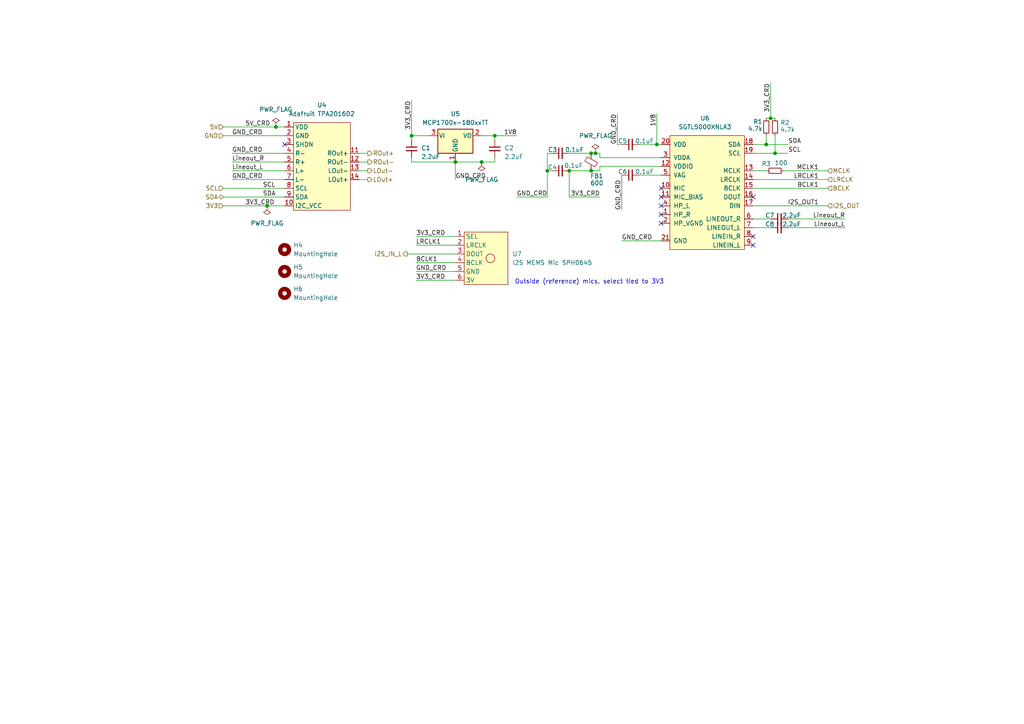
<source format=kicad_sch>
(kicad_sch (version 20231120) (generator "eeschema") (generator_version "8.0")
  (paper "A4")
  (lib_symbols
    (symbol "Audio_Extra:SGTL5000XNLA3" (pin_names (offset 1.016))
      (property "Reference" "U" (at 8.89 16.51 0))
      (property "Value" "SGTL5000XNLA3" (at 0 -19.05 0))
      (symbol "SGTL5000XNLA3_0_1"
        (rectangle (start -10.16 15.24) (end 11.43 -17.78) (fill (type background)))
      )
      (symbol "SGTL5000XNLA3_1_1"
        (pin output line (at -12.7 -7.62 0) (length 2.54) (name "HP_R") (number "1"))
        (pin input line (at -12.7 0 0) (length 2.54) (name "MIC") (number "10"))
        (pin input line (at -12.7 -2.54 0) (length 2.54) (name "MIC_BIAS") (number "11"))
        (pin power_in line (at -12.7 6.35 0) (length 2.54) (name "VDDIO") (number "12"))
        (pin input line (at 13.97 5.08 180) (length 2.54) (name "MCLK") (number "13"))
        (pin input line (at 13.97 2.54 180) (length 2.54) (name "LRCLK") (number "14"))
        (pin input line (at 13.97 0 180) (length 2.54) (name "BCLK") (number "15"))
        (pin input line (at 13.97 -2.54 180) (length 2.54) (name "DOUT") (number "16"))
        (pin input line (at 13.97 -5.08 180) (length 2.54) (name "DIN") (number "17"))
        (pin bidirectional line (at 13.97 12.7 180) (length 2.54) (name "SDA") (number "18"))
        (pin input line (at 13.97 10.16 180) (length 2.54) (name "SCL") (number "19"))
        (pin input line (at -12.7 -10.16 0) (length 2.54) (name "HP_VGND") (number "2"))
        (pin power_in line (at -12.7 12.7 0) (length 2.54) (name "VDD") (number "20"))
        (pin power_in line (at -12.7 -15.24 0) (length 2.54) (name "GND") (number "21"))
        (pin power_in line (at -12.7 8.89 0) (length 2.54) (name "VDDA") (number "3"))
        (pin output line (at -12.7 -5.08 0) (length 2.54) (name "HP_L") (number "4"))
        (pin input line (at -12.7 3.81 0) (length 2.54) (name "VAG") (number "5"))
        (pin output line (at 13.97 -8.89 180) (length 2.54) (name "LINEOUT_R") (number "6"))
        (pin output line (at 13.97 -11.43 180) (length 2.54) (name "LINEOUT_L") (number "7"))
        (pin input line (at 13.97 -13.97 180) (length 2.54) (name "LINEIN_R") (number "8"))
        (pin input line (at 13.97 -16.51 180) (length 2.54) (name "LINEIN_L") (number "9"))
      )
    )
    (symbol "Device:C_Small" (pin_numbers hide) (pin_names (offset 0.254) hide)
      (property "Reference" "C" (at 0.254 1.778 0))
      (property "Value" "C_Small" (at 0.254 -2.032 0))
      (symbol "C_Small_0_1"
        (polyline (pts (xy -1.524 -0.508) (xy 1.524 -0.508)) (stroke (width 0.3302)))
        (polyline (pts (xy -1.524 0.508) (xy 1.524 0.508)) (stroke (width 0.3048)))
      )
      (symbol "C_Small_1_1"
        (pin passive line (at 0 2.54 270) (length 2.032) (name "~") (number "1"))
        (pin passive line (at 0 -2.54 90) (length 2.032) (name "~") (number "2"))
      )
    )
    (symbol "Device:FerriteBead_Small" (pin_numbers hide) (pin_names (offset 0))
      (property "Reference" "FB" (at 1.905 1.27 0))
      (property "Value" "FerriteBead_Small" (at 1.905 -1.27 0))
      (symbol "FerriteBead_Small_0_1"
        (polyline (pts (xy 0 -1.27) (xy 0 -0.7874)))
        (polyline (pts (xy 0 0.889) (xy 0 1.2954)))
        (polyline (pts (xy -1.8288 0.2794) (xy -1.1176 1.4986) (xy 1.8288 -0.2032) (xy 1.1176 -1.4224) (xy -1.8288 0.2794)))
      )
      (symbol "FerriteBead_Small_1_1"
        (pin passive line (at 0 2.54 270) (length 1.27) (name "~") (number "1"))
        (pin passive line (at 0 -2.54 90) (length 1.27) (name "~") (number "2"))
      )
    )
    (symbol "Device:R_Small" (pin_numbers hide) (pin_names (offset 0.254) hide)
      (property "Reference" "R" (at 0.762 0.508 0))
      (property "Value" "R_Small" (at 0.762 -1.016 0))
      (symbol "R_Small_0_1"
        (rectangle (start -0.762 1.778) (end 0.762 -1.778) (stroke (width 0.2032)))
      )
      (symbol "R_Small_1_1"
        (pin passive line (at 0 2.54 270) (length 0.762) (name "~") (number "1"))
        (pin passive line (at 0 -2.54 90) (length 0.762) (name "~") (number "2"))
      )
    )
    (symbol "Helmute:Adafruit_TPA2016"
      (property "Reference" "U" (at 1.27 10.414 0))
      (property "Value" "Adafruit TPA2016D2" (at 2.794 7.62 0))
      (symbol "Adafruit_TPA2016_1_1"
        (rectangle (start -5.08 6.35) (end 11.43 -19.05) (fill (type background)))
        (pin power_in line (at -7.62 5.08 0) (length 2.54) (name "VDD") (number "1"))
        (pin power_in line (at -7.62 -17.78 0) (length 2.54) (name "I2C_VCC") (number "10"))
        (pin output line (at 13.97 -2.54 180) (length 2.54) (name "ROut+") (number "11"))
        (pin output line (at 13.97 -5.08 180) (length 2.54) (name "ROut-") (number "12"))
        (pin output line (at 13.97 -7.62 180) (length 2.54) (name "LOut-") (number "13"))
        (pin output line (at 13.97 -10.16 180) (length 2.54) (name "LOut+") (number "14"))
        (pin passive line (at -7.62 2.54 0) (length 2.54) (name "GND") (number "2"))
        (pin input line (at -7.62 0 0) (length 2.54) (name "SHDN") (number "3"))
        (pin input line (at -7.62 -2.54 0) (length 2.54) (name "R-") (number "4"))
        (pin input line (at -7.62 -5.08 0) (length 2.54) (name "R+") (number "5"))
        (pin input line (at -7.62 -7.62 0) (length 2.54) (name "L+") (number "6"))
        (pin input line (at -7.62 -10.16 0) (length 2.54) (name "L-") (number "7"))
        (pin input line (at -7.62 -12.7 0) (length 2.54) (name "SCL") (number "8"))
        (pin input line (at -7.62 -15.24 0) (length 2.54) (name "SDA") (number "9"))
      )
    )
    (symbol "Helmute:SPH0645"
      (property "Reference" "U" (at -1.524 9.398 0))
      (property "Value" "I2S MEMS Mic SPH0645" (at -0.508 7.366 0))
      (symbol "SPH0645_1_1"
        (rectangle (start -7.62 7.62) (end 5.08 -7.62) (fill (type background)))
        (circle (center 0 0) (radius 1.27))
        (pin input line (at -10.16 6.35 0) (length 2.54) (name "SEL") (number "1"))
        (pin input line (at -10.16 3.81 0) (length 2.54) (name "LRCLK") (number "2"))
        (pin output line (at -10.16 1.27 0) (length 2.54) (name "DOUT") (number "3"))
        (pin input line (at -10.16 -1.27 0) (length 2.54) (name "BCLK") (number "4"))
        (pin passive line (at -10.16 -3.81 0) (length 2.54) (name "GND") (number "5"))
        (pin power_in line (at -10.16 -6.35 0) (length 2.54) (name "3V") (number "6"))
      )
    )
    (symbol "Mechanical:MountingHole" (pin_names (offset 1.016)) (exclude_from_sim yes) (in_bom no)
      (property "Reference" "H" (at 0 5.08 0))
      (property "Value" "MountingHole" (at 0 3.175 0))
      (symbol "MountingHole_0_1"
        (circle (center 0 0) (radius 1.27) (stroke (width 1.27)))
      )
    )
    (symbol "Regulator_Linear:MCP1700x-180xxTT" (pin_names (offset 0.254))
      (property "Reference" "U" (at -3.81 3.175 0))
      (property "Value" "MCP1700x-180xxTT" (at 0 3.175 0))
      (symbol "MCP1700x-180xxTT_0_1"
        (rectangle (start -5.08 1.905) (end 5.08 -5.08) (stroke (width 0.254)) (fill (type background)))
      )
      (symbol "MCP1700x-180xxTT_1_1"
        (pin power_in line (at 0 -7.62 90) (length 2.54) (name "GND") (number "1"))
        (pin power_out line (at 7.62 0 180) (length 2.54) (name "VO") (number "2"))
        (pin power_in line (at -7.62 0 0) (length 2.54) (name "VI") (number "3"))
      )
    )
    (symbol "power:PWR_FLAG" (power) (pin_numbers hide) (pin_names (offset 0) hide)
      (property "Value" "PWR_FLAG" (at 0 3.81 0))
      (symbol "PWR_FLAG_0_0"
        (pin power_out line (at 0 0 90) (length 0) (name "~") (number "1"))
      )
      (symbol "PWR_FLAG_0_1"
        (polyline (pts (xy 0 0) (xy 0 1.27) (xy -1.016 1.905) (xy 0 2.54) (xy 1.016 1.905) (xy 0 1.27)))
      )
    )
  )
  (junction (at 139.7 46.99))
  (junction (at 77.47 59.69))
  (junction (at 172.72 44.45))
  (junction (at 165.1 49.53))
  (junction (at 224.79 44.45))
  (junction (at 143.51 39.37))
  (junction (at 80.01 36.83))
  (junction (at 222.25 41.91))
  (junction (at 119.38 39.37))
  (junction (at 171.45 49.53))
  (junction (at 171.45 44.45))
  (junction (at 158.75 49.53))
  (junction (at 132.08 46.99))
  (junction (at 190.5 41.91))
  (junction (at 223.52 34.29))
  (no_connect (at 191.77 59.69))
  (no_connect (at 191.77 54.61))
  (no_connect (at 218.44 71.12))
  (no_connect (at 191.77 64.77))
  (no_connect (at 218.44 57.15))
  (no_connect (at 218.44 68.58))
  (no_connect (at 191.77 62.23))
  (no_connect (at 191.77 57.15))
  (no_connect (at 82.55 41.91))
  (wire (pts (xy 120.65 78.74) (xy 132.08 78.74)))
  (wire (pts (xy 119.38 39.37) (xy 124.46 39.37)))
  (wire (pts (xy 64.77 39.37) (xy 82.55 39.37)))
  (wire (pts (xy 224.79 44.45) (xy 224.79 39.37)))
  (wire (pts (xy 158.75 44.45) (xy 160.02 44.45)))
  (wire (pts (xy 173.99 48.26) (xy 191.77 48.26)))
  (wire (pts (xy 185.42 50.8) (xy 191.77 50.8)))
  (wire (pts (xy 64.77 36.83) (xy 80.01 36.83)))
  (wire (pts (xy 173.99 45.72) (xy 191.77 45.72)))
  (wire (pts (xy 172.72 44.45) (xy 171.45 44.45)))
  (wire (pts (xy 180.34 60.96) (xy 180.34 50.8)))
  (wire (pts (xy 240.03 59.69) (xy 218.44 59.69)))
  (wire (pts (xy 64.77 57.15) (xy 82.55 57.15)))
  (wire (pts (xy 132.08 46.99) (xy 132.08 52.07)))
  (wire (pts (xy 173.99 49.53) (xy 171.45 49.53)))
  (wire (pts (xy 190.5 33.02) (xy 190.5 41.91)))
  (wire (pts (xy 158.75 57.15) (xy 158.75 49.53)))
  (wire (pts (xy 132.08 46.99) (xy 139.7 46.99)))
  (wire (pts (xy 240.03 54.61) (xy 218.44 54.61)))
  (wire (pts (xy 139.7 46.99) (xy 143.51 46.99)))
  (wire (pts (xy 222.25 49.53) (xy 218.44 49.53)))
  (wire (pts (xy 165.1 49.53) (xy 171.45 49.53)))
  (wire (pts (xy 185.42 41.91) (xy 190.5 41.91)))
  (wire (pts (xy 64.77 59.69) (xy 77.47 59.69)))
  (wire (pts (xy 149.86 39.37) (xy 143.51 39.37)))
  (wire (pts (xy 106.68 46.99) (xy 104.14 46.99)))
  (wire (pts (xy 245.11 66.04) (xy 228.6 66.04)))
  (wire (pts (xy 191.77 69.85) (xy 180.34 69.85)))
  (wire (pts (xy 119.38 45.72) (xy 119.38 46.99)))
  (wire (pts (xy 222.25 41.91) (xy 218.44 41.91)))
  (wire (pts (xy 179.07 41.91) (xy 180.34 41.91)))
  (wire (pts (xy 224.79 44.45) (xy 228.6 44.45)))
  (wire (pts (xy 119.38 29.21) (xy 119.38 39.37)))
  (wire (pts (xy 245.11 63.5) (xy 228.6 63.5)))
  (wire (pts (xy 143.51 45.72) (xy 143.51 46.99)))
  (wire (pts (xy 223.52 34.29) (xy 222.25 34.29)))
  (wire (pts (xy 227.33 49.53) (xy 240.03 49.53)))
  (wire (pts (xy 120.65 76.2) (xy 132.08 76.2)))
  (wire (pts (xy 165.1 44.45) (xy 171.45 44.45)))
  (wire (pts (xy 218.44 52.07) (xy 240.03 52.07)))
  (wire (pts (xy 67.31 44.45) (xy 82.55 44.45)))
  (wire (pts (xy 119.38 46.99) (xy 132.08 46.99)))
  (wire (pts (xy 120.65 81.28) (xy 132.08 81.28)))
  (wire (pts (xy 106.68 44.45) (xy 104.14 44.45)))
  (wire (pts (xy 190.5 41.91) (xy 191.77 41.91)))
  (wire (pts (xy 143.51 39.37) (xy 139.7 39.37)))
  (wire (pts (xy 223.52 66.04) (xy 218.44 66.04)))
  (wire (pts (xy 106.68 52.07) (xy 104.14 52.07)))
  (wire (pts (xy 158.75 44.45) (xy 158.75 49.53)))
  (wire (pts (xy 143.51 40.64) (xy 143.51 39.37)))
  (wire (pts (xy 222.25 41.91) (xy 228.6 41.91)))
  (wire (pts (xy 173.99 45.72) (xy 173.99 44.45)))
  (wire (pts (xy 67.31 52.07) (xy 82.55 52.07)))
  (wire (pts (xy 80.01 36.83) (xy 82.55 36.83)))
  (wire (pts (xy 173.99 57.15) (xy 165.1 57.15)))
  (wire (pts (xy 77.47 59.69) (xy 82.55 59.69)))
  (wire (pts (xy 165.1 57.15) (xy 165.1 49.53)))
  (wire (pts (xy 224.79 34.29) (xy 223.52 34.29)))
  (wire (pts (xy 67.31 49.53) (xy 82.55 49.53)))
  (wire (pts (xy 106.68 49.53) (xy 104.14 49.53)))
  (wire (pts (xy 222.25 39.37) (xy 222.25 41.91)))
  (wire (pts (xy 120.65 68.58) (xy 132.08 68.58)))
  (wire (pts (xy 173.99 48.26) (xy 173.99 49.53)))
  (wire (pts (xy 118.11 73.66) (xy 132.08 73.66)))
  (wire (pts (xy 67.31 46.99) (xy 82.55 46.99)))
  (wire (pts (xy 64.77 54.61) (xy 82.55 54.61)))
  (wire (pts (xy 120.65 71.12) (xy 132.08 71.12)))
  (wire (pts (xy 223.52 24.13) (xy 223.52 34.29)))
  (wire (pts (xy 218.44 44.45) (xy 224.79 44.45)))
  (wire (pts (xy 158.75 49.53) (xy 160.02 49.53)))
  (wire (pts (xy 173.99 44.45) (xy 172.72 44.45)))
  (wire (pts (xy 119.38 40.64) (xy 119.38 39.37)))
  (wire (pts (xy 223.52 63.5) (xy 218.44 63.5)))
  (wire (pts (xy 149.86 57.15) (xy 158.75 57.15)))
  (wire (pts (xy 179.07 33.02) (xy 179.07 41.91)))
  (text "Outside (reference) mics, select tied to 3V3" (at 170.942 81.788 0) (effects (font (size 1.27 1.27))))
  (label "MCLK1" (at 237.49 49.53 180))
  (label "Lineout_R" (at 67.31 46.99 0))
  (label "1V8" (at 149.86 39.37 180))
  (label "I2S_OUT1" (at 237.49 59.69 180))
  (label "LRCLK1" (at 237.49 52.07 180))
  (label "3V3_CRD" (at 120.65 68.58 0))
  (label "GND_CRD" (at 67.31 39.37 0))
  (label "SCL" (at 228.6 44.45 0))
  (label "Lineout_R" (at 245.11 63.5 180))
  (label "3V3_CRD" (at 223.52 24.13 270))
  (label "Lineout_L" (at 245.11 66.04 180))
  (label "GND_CRD" (at 67.31 44.45 0))
  (label "GND_CRD" (at 179.07 33.02 270))
  (label "3V3_CRD" (at 71.12 59.69 0))
  (label "LRCLK1" (at 120.65 71.12 0))
  (label "3V3_CRD" (at 119.38 29.21 270))
  (label "BCLK1" (at 120.65 76.2 0))
  (label "GND_CRD" (at 132.08 52.07 0))
  (label "SCL" (at 76.2 54.61 0))
  (label "GND_CRD" (at 67.31 52.07 0))
  (label "Lineout_L" (at 67.31 49.53 0))
  (label "SDA" (at 76.2 57.15 0))
  (label "SDA" (at 228.6 41.91 0))
  (label "3V3_CRD" (at 120.65 81.28 0))
  (label "GND_CRD" (at 149.86 57.15 0))
  (label "1V8" (at 190.5 33.02 270))
  (label "GND_CRD" (at 120.65 78.74 0))
  (label "GND_CRD" (at 180.34 69.85 0))
  (label "5V_CRD" (at 71.12 36.83 0))
  (label "3V3_CRD" (at 173.99 57.15 180))
  (label "BCLK1" (at 237.49 54.61 180))
  (label "GND_CRD" (at 180.34 60.96 90))
  (hierarchical_label "BCLK" (shape input) (at 240.03 54.61 0))
  (hierarchical_label "SDA" (shape bidirectional) (at 64.77 57.15 180))
  (hierarchical_label "ROut-" (shape output) (at 106.68 46.99 0))
  (hierarchical_label "LOut+" (shape output) (at 106.68 52.07 0))
  (hierarchical_label "I2S_IN_L" (shape output) (at 118.11 73.66 180))
  (hierarchical_label "SCL" (shape input) (at 64.77 54.61 180))
  (hierarchical_label "GND" (shape input) (at 64.77 39.37 180))
  (hierarchical_label "LRCLK" (shape input) (at 240.03 52.07 0))
  (hierarchical_label "LOut-" (shape output) (at 106.68 49.53 0))
  (hierarchical_label "MCLK" (shape input) (at 240.03 49.53 0))
  (hierarchical_label "5V" (shape input) (at 64.77 36.83 180))
  (hierarchical_label "3V3" (shape input) (at 64.77 59.69 180))
  (hierarchical_label "I2S_OUT" (shape input) (at 240.03 59.69 0))
  (hierarchical_label "ROut+" (shape output) (at 106.68 44.45 0))
  (symbol (lib_id "Device:C_Small") (at 182.88 50.8 90) (unit 1)
    (property "Reference" "C6" (at 180.594 49.784 90))
    (property "Value" "0.1uF" (at 186.944 49.784 90))
    (property "Footprint" "Capacitor_SMD:C_0805_2012Metric" (effects (hide yes)))
    (property "Description" "Unpolarized capacitor, small symbol" (effects (hide yes)))
  )
  (symbol (lib_id "Regulator_Linear:MCP1700x-180xxTT") (at 132.08 39.37 0) (unit 1)
    (property "Reference" "U5" (at 132.08 33.02 0))
    (property "Value" "MCP1700x-180xxTT" (at 132.08 35.56 0))
    (property "Footprint" "Package_TO_SOT_SMD:SOT-23" (effects (hide yes)))
    (property "Datasheet" "http://ww1.microchip.com/downloads/en/DeviceDoc/20001826D.pdf" (effects (hide yes)))
    (property "Description" "250mA Low Quiscent Current LDO, 1.8V output, SOT-23" (effects (hide yes)))
  )
  (symbol (lib_id "Device:C_Small") (at 226.06 66.04 90) (unit 1)
    (property "Reference" "C8" (at 223.266 65.024 90))
    (property "Value" "2.2uF" (at 229.616 65.024 90))
    (property "Footprint" "Capacitor_SMD:C_0805_2012Metric" (effects (hide yes)))
    (property "Description" "Unpolarized capacitor, small symbol" (effects (hide yes)))
  )
  (symbol (lib_id "power:PWR_FLAG") (at 80.01 36.83 0) (unit 1)
    (property "Reference" "#FLG05" (effects (hide yes)))
    (property "Value" "PWR_FLAG" (at 80.01 31.75 0))
    (property "Description" "Special symbol for telling ERC where power comes from" (effects (hide yes)))
  )
  (symbol (lib_id "power:PWR_FLAG") (at 172.72 44.45 0) (unit 1)
    (property "Reference" "#FLG07" (effects (hide yes)))
    (property "Value" "PWR_FLAG" (at 172.72 39.37 0))
    (property "Description" "Special symbol for telling ERC where power comes from" (effects (hide yes)))
  )
  (symbol (lib_id "Device:C_Small") (at 226.06 63.5 90) (unit 1)
    (property "Reference" "C7" (at 223.266 62.484 90))
    (property "Value" "2.2uF" (at 229.616 62.484 90))
    (property "Footprint" "Capacitor_SMD:C_0805_2012Metric" (effects (hide yes)))
    (property "Description" "Unpolarized capacitor, small symbol" (effects (hide yes)))
  )
  (symbol (lib_id "Device:C_Small") (at 143.51 43.18 0) (unit 1)
    (property "Reference" "C2" (at 146.304 42.926 0) (effects (justify left)))
    (property "Value" "2.2uF" (at 146.304 45.466 0) (effects (justify left)))
    (property "Footprint" "Capacitor_SMD:C_0805_2012Metric" (effects (hide yes)))
    (property "Description" "Unpolarized capacitor, small symbol" (effects (hide yes)))
  )
  (symbol (lib_id "Device:C_Small") (at 162.56 44.45 90) (unit 1)
    (property "Reference" "C3" (at 160.274 43.434 90))
    (property "Value" "0.1uF" (at 166.624 43.434 90))
    (property "Footprint" "Capacitor_SMD:C_0805_2012Metric" (effects (hide yes)))
    (property "Description" "Unpolarized capacitor, small symbol" (effects (hide yes)))
  )
  (symbol (lib_id "Mechanical:MountingHole") (at 82.55 78.74 0) (unit 1) (exclude_from_sim yes) (in_bom no)
    (property "Reference" "H5" (at 85.09 77.4699 0) (effects (justify left)))
    (property "Value" "MountingHole" (at 85.09 80.0099 0) (effects (justify left)))
    (property "Footprint" "MountingHole:MountingHole_3.2mm_M3" (effects (hide yes)))
    (property "Description" "Mounting Hole without connection" (effects (hide yes)))
  )
  (symbol (lib_id "Device:C_Small") (at 162.56 49.53 90) (unit 1)
    (property "Reference" "C4" (at 160.274 48.514 90))
    (property "Value" "0.1uF" (at 166.37 48.006 90))
    (property "Footprint" "Capacitor_SMD:C_0805_2012Metric" (effects (hide yes)))
    (property "Description" "Unpolarized capacitor, small symbol" (effects (hide yes)))
  )
  (symbol (lib_id "power:PWR_FLAG") (at 139.7 46.99 180) (unit 1)
    (property "Reference" "#FLG06" (effects (hide yes)))
    (property "Value" "PWR_FLAG" (at 139.7 52.07 0))
    (property "Description" "Special symbol for telling ERC where power comes from" (effects (hide yes)))
  )
  (symbol (lib_id "Device:R_Small") (at 224.79 36.83 0) (unit 1)
    (property "Reference" "R2" (at 226.314 35.56 0) (effects (justify left)))
    (property "Value" "4.7k" (at 226.314 37.592 0) (effects (justify left)))
    (property "Footprint" "Resistor_SMD:R_0805_2012Metric" (effects (hide yes)))
    (property "Description" "Resistor, small symbol" (effects (hide yes)))
  )
  (symbol (lib_id "power:PWR_FLAG") (at 77.47 59.69 180) (unit 1)
    (property "Reference" "#FLG04" (effects (hide yes)))
    (property "Value" "PWR_FLAG" (at 77.47 64.77 0))
    (property "Description" "Special symbol for telling ERC where power comes from" (effects (hide yes)))
  )
  (symbol (lib_id "Mechanical:MountingHole") (at 82.55 85.09 0) (unit 1) (exclude_from_sim yes) (in_bom no)
    (property "Reference" "H6" (at 85.09 83.8199 0) (effects (justify left)))
    (property "Value" "MountingHole" (at 85.09 86.3599 0) (effects (justify left)))
    (property "Footprint" "MountingHole:MountingHole_3.2mm_M3" (effects (hide yes)))
    (property "Description" "Mounting Hole without connection" (effects (hide yes)))
  )
  (symbol (lib_id "Helmute:SPH0645") (at 142.24 74.93 0) (unit 1)
    (property "Reference" "U7" (at 148.59 73.6599 0) (effects (justify left)))
    (property "Value" "I2S MEMS Mic SPH0645" (at 148.59 76.1999 0) (effects (justify left)))
    (property "Footprint" "Helmute:I2S SPK0415HM4H" (effects (hide yes)))
  )
  (symbol (lib_id "Audio_Extra:SGTL5000XNLA3") (at 204.47 54.61 0) (unit 1)
    (property "Reference" "U6" (at 204.47 34.29 0))
    (property "Value" "SGTL5000XNLA3" (at 204.47 36.83 0))
    (property "Footprint" "Package_DFN_QFN:QFN-20-1EP_3x3mm_P0.4mm_EP1.65x1.65mm" (effects (hide yes)))
  )
  (symbol (lib_id "Device:C_Small") (at 119.38 43.18 0) (unit 1)
    (property "Reference" "C1" (at 122.174 42.926 0) (effects (justify left)))
    (property "Value" "2.2uF" (at 122.174 45.466 0) (effects (justify left)))
    (property "Footprint" "Capacitor_SMD:C_0805_2012Metric" (effects (hide yes)))
    (property "Description" "Unpolarized capacitor, small symbol" (effects (hide yes)))
  )
  (symbol (lib_id "Device:FerriteBead_Small") (at 171.45 46.99 0) (unit 1)
    (property "Reference" "FB1" (at 171.196 51.054 0) (effects (justify left)))
    (property "Value" "600" (at 171.196 53.086 0) (effects (justify left)))
    (property "Footprint" "Capacitor_SMD:C_0805_2012Metric" (effects (hide yes)))
    (property "Description" "Ferrite bead, small symbol" (effects (hide yes)))
  )
  (symbol (lib_id "Device:C_Small") (at 182.88 41.91 90) (unit 1)
    (property "Reference" "C5" (at 180.594 40.894 90))
    (property "Value" "0.1uF" (at 186.944 40.894 90))
    (property "Footprint" "Capacitor_SMD:C_0805_2012Metric" (effects (hide yes)))
    (property "Description" "Unpolarized capacitor, small symbol" (effects (hide yes)))
  )
  (symbol (lib_id "Device:R_Small") (at 222.25 36.83 0) (unit 1)
    (property "Reference" "R1" (at 218.44 35.306 0) (effects (justify left)))
    (property "Value" "4.7k" (at 216.916 37.338 0) (effects (justify left)))
    (property "Footprint" "Resistor_SMD:R_0805_2012Metric" (effects (hide yes)))
    (property "Description" "Resistor, small symbol" (effects (hide yes)))
  )
  (symbol (lib_id "Device:R_Small") (at 224.79 49.53 90) (unit 1)
    (property "Reference" "R3" (at 222.25 47.498 90))
    (property "Value" "100" (at 226.568 47.244 90))
    (property "Footprint" "Resistor_SMD:R_0805_2012Metric" (effects (hide yes)))
    (property "Description" "Resistor, small symbol" (effects (hide yes)))
  )
  (symbol (lib_id "Helmute:Adafruit_TPA2016") (at 90.17 41.91 0) (unit 1)
    (property "Reference" "U4" (at 93.345 30.48 0))
    (property "Value" "Adafruit TPA2016D2" (at 93.345 33.02 0))
    (property "Footprint" "Helmute:TPA22016D2new" (effects (hide yes)))
  )
  (symbol (lib_id "Mechanical:MountingHole") (at 82.55 72.39 0) (unit 1) (exclude_from_sim yes) (in_bom no)
    (property "Reference" "H4" (at 85.09 71.1199 0) (effects (justify left)))
    (property "Value" "MountingHole" (at 85.09 73.6599 0) (effects (justify left)))
    (property "Footprint" "MountingHole:MountingHole_3.2mm_M3" (effects (hide yes)))
    (property "Description" "Mounting Hole without connection" (effects (hide yes)))
  )
)
</source>
